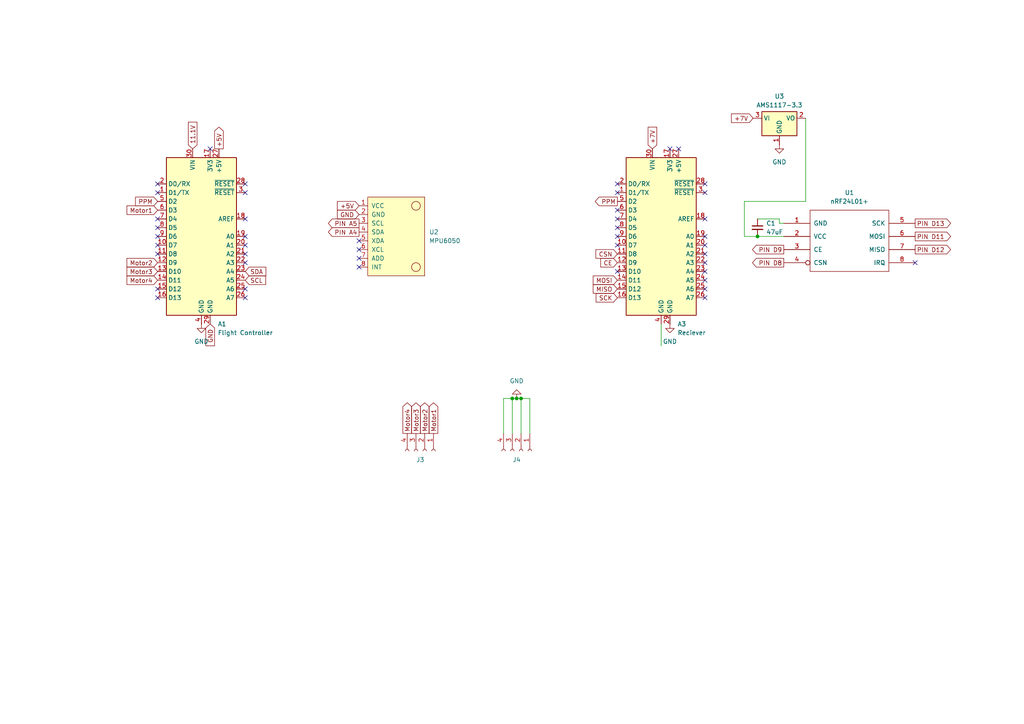
<source format=kicad_sch>
(kicad_sch
	(version 20231120)
	(generator "eeschema")
	(generator_version "8.0")
	(uuid "e68a79e6-8c90-4d60-ac1f-7489cf698e9f")
	(paper "A4")
	(lib_symbols
		(symbol "Connector:Conn_01x04_Socket"
			(pin_names
				(offset 1.016) hide)
			(exclude_from_sim no)
			(in_bom yes)
			(on_board yes)
			(property "Reference" "J"
				(at 0 5.08 0)
				(effects
					(font
						(size 1.27 1.27)
					)
				)
			)
			(property "Value" "Conn_01x04_Socket"
				(at 0 -7.62 0)
				(effects
					(font
						(size 1.27 1.27)
					)
				)
			)
			(property "Footprint" ""
				(at 0 0 0)
				(effects
					(font
						(size 1.27 1.27)
					)
					(hide yes)
				)
			)
			(property "Datasheet" "~"
				(at 0 0 0)
				(effects
					(font
						(size 1.27 1.27)
					)
					(hide yes)
				)
			)
			(property "Description" "Generic connector, single row, 01x04, script generated"
				(at 0 0 0)
				(effects
					(font
						(size 1.27 1.27)
					)
					(hide yes)
				)
			)
			(property "ki_locked" ""
				(at 0 0 0)
				(effects
					(font
						(size 1.27 1.27)
					)
				)
			)
			(property "ki_keywords" "connector"
				(at 0 0 0)
				(effects
					(font
						(size 1.27 1.27)
					)
					(hide yes)
				)
			)
			(property "ki_fp_filters" "Connector*:*_1x??_*"
				(at 0 0 0)
				(effects
					(font
						(size 1.27 1.27)
					)
					(hide yes)
				)
			)
			(symbol "Conn_01x04_Socket_1_1"
				(arc
					(start 0 -4.572)
					(mid -0.5058 -5.08)
					(end 0 -5.588)
					(stroke
						(width 0.1524)
						(type default)
					)
					(fill
						(type none)
					)
				)
				(arc
					(start 0 -2.032)
					(mid -0.5058 -2.54)
					(end 0 -3.048)
					(stroke
						(width 0.1524)
						(type default)
					)
					(fill
						(type none)
					)
				)
				(polyline
					(pts
						(xy -1.27 -5.08) (xy -0.508 -5.08)
					)
					(stroke
						(width 0.1524)
						(type default)
					)
					(fill
						(type none)
					)
				)
				(polyline
					(pts
						(xy -1.27 -2.54) (xy -0.508 -2.54)
					)
					(stroke
						(width 0.1524)
						(type default)
					)
					(fill
						(type none)
					)
				)
				(polyline
					(pts
						(xy -1.27 0) (xy -0.508 0)
					)
					(stroke
						(width 0.1524)
						(type default)
					)
					(fill
						(type none)
					)
				)
				(polyline
					(pts
						(xy -1.27 2.54) (xy -0.508 2.54)
					)
					(stroke
						(width 0.1524)
						(type default)
					)
					(fill
						(type none)
					)
				)
				(arc
					(start 0 0.508)
					(mid -0.5058 0)
					(end 0 -0.508)
					(stroke
						(width 0.1524)
						(type default)
					)
					(fill
						(type none)
					)
				)
				(arc
					(start 0 3.048)
					(mid -0.5058 2.54)
					(end 0 2.032)
					(stroke
						(width 0.1524)
						(type default)
					)
					(fill
						(type none)
					)
				)
				(pin passive line
					(at -5.08 2.54 0)
					(length 3.81)
					(name "Pin_1"
						(effects
							(font
								(size 1.27 1.27)
							)
						)
					)
					(number "1"
						(effects
							(font
								(size 1.27 1.27)
							)
						)
					)
				)
				(pin passive line
					(at -5.08 0 0)
					(length 3.81)
					(name "Pin_2"
						(effects
							(font
								(size 1.27 1.27)
							)
						)
					)
					(number "2"
						(effects
							(font
								(size 1.27 1.27)
							)
						)
					)
				)
				(pin passive line
					(at -5.08 -2.54 0)
					(length 3.81)
					(name "Pin_3"
						(effects
							(font
								(size 1.27 1.27)
							)
						)
					)
					(number "3"
						(effects
							(font
								(size 1.27 1.27)
							)
						)
					)
				)
				(pin passive line
					(at -5.08 -5.08 0)
					(length 3.81)
					(name "Pin_4"
						(effects
							(font
								(size 1.27 1.27)
							)
						)
					)
					(number "4"
						(effects
							(font
								(size 1.27 1.27)
							)
						)
					)
				)
			)
		)
		(symbol "Device:C_Small"
			(pin_numbers hide)
			(pin_names
				(offset 0.254) hide)
			(exclude_from_sim no)
			(in_bom yes)
			(on_board yes)
			(property "Reference" "C"
				(at 0.254 1.778 0)
				(effects
					(font
						(size 1.27 1.27)
					)
					(justify left)
				)
			)
			(property "Value" "C_Small"
				(at 0.254 -2.032 0)
				(effects
					(font
						(size 1.27 1.27)
					)
					(justify left)
				)
			)
			(property "Footprint" ""
				(at 0 0 0)
				(effects
					(font
						(size 1.27 1.27)
					)
					(hide yes)
				)
			)
			(property "Datasheet" "~"
				(at 0 0 0)
				(effects
					(font
						(size 1.27 1.27)
					)
					(hide yes)
				)
			)
			(property "Description" "Unpolarized capacitor, small symbol"
				(at 0 0 0)
				(effects
					(font
						(size 1.27 1.27)
					)
					(hide yes)
				)
			)
			(property "ki_keywords" "capacitor cap"
				(at 0 0 0)
				(effects
					(font
						(size 1.27 1.27)
					)
					(hide yes)
				)
			)
			(property "ki_fp_filters" "C_*"
				(at 0 0 0)
				(effects
					(font
						(size 1.27 1.27)
					)
					(hide yes)
				)
			)
			(symbol "C_Small_0_1"
				(polyline
					(pts
						(xy -1.524 -0.508) (xy 1.524 -0.508)
					)
					(stroke
						(width 0.3302)
						(type default)
					)
					(fill
						(type none)
					)
				)
				(polyline
					(pts
						(xy -1.524 0.508) (xy 1.524 0.508)
					)
					(stroke
						(width 0.3048)
						(type default)
					)
					(fill
						(type none)
					)
				)
			)
			(symbol "C_Small_1_1"
				(pin passive line
					(at 0 2.54 270)
					(length 2.032)
					(name "~"
						(effects
							(font
								(size 1.27 1.27)
							)
						)
					)
					(number "1"
						(effects
							(font
								(size 1.27 1.27)
							)
						)
					)
				)
				(pin passive line
					(at 0 -2.54 90)
					(length 2.032)
					(name "~"
						(effects
							(font
								(size 1.27 1.27)
							)
						)
					)
					(number "2"
						(effects
							(font
								(size 1.27 1.27)
							)
						)
					)
				)
			)
		)
		(symbol "MCU_Module:Arduino_Nano_v3.x"
			(exclude_from_sim no)
			(in_bom yes)
			(on_board yes)
			(property "Reference" "A"
				(at -10.16 23.495 0)
				(effects
					(font
						(size 1.27 1.27)
					)
					(justify left bottom)
				)
			)
			(property "Value" "Arduino_Nano_v3.x"
				(at 5.08 -24.13 0)
				(effects
					(font
						(size 1.27 1.27)
					)
					(justify left top)
				)
			)
			(property "Footprint" "Module:Arduino_Nano"
				(at 0 0 0)
				(effects
					(font
						(size 1.27 1.27)
						(italic yes)
					)
					(hide yes)
				)
			)
			(property "Datasheet" "http://www.mouser.com/pdfdocs/Gravitech_Arduino_Nano3_0.pdf"
				(at 0 0 0)
				(effects
					(font
						(size 1.27 1.27)
					)
					(hide yes)
				)
			)
			(property "Description" "Arduino Nano v3.x"
				(at 0 0 0)
				(effects
					(font
						(size 1.27 1.27)
					)
					(hide yes)
				)
			)
			(property "ki_keywords" "Arduino nano microcontroller module USB"
				(at 0 0 0)
				(effects
					(font
						(size 1.27 1.27)
					)
					(hide yes)
				)
			)
			(property "ki_fp_filters" "Arduino*Nano*"
				(at 0 0 0)
				(effects
					(font
						(size 1.27 1.27)
					)
					(hide yes)
				)
			)
			(symbol "Arduino_Nano_v3.x_0_1"
				(rectangle
					(start -10.16 22.86)
					(end 10.16 -22.86)
					(stroke
						(width 0.254)
						(type default)
					)
					(fill
						(type background)
					)
				)
			)
			(symbol "Arduino_Nano_v3.x_1_1"
				(pin bidirectional line
					(at -12.7 12.7 0)
					(length 2.54)
					(name "D1/TX"
						(effects
							(font
								(size 1.27 1.27)
							)
						)
					)
					(number "1"
						(effects
							(font
								(size 1.27 1.27)
							)
						)
					)
				)
				(pin bidirectional line
					(at -12.7 -2.54 0)
					(length 2.54)
					(name "D7"
						(effects
							(font
								(size 1.27 1.27)
							)
						)
					)
					(number "10"
						(effects
							(font
								(size 1.27 1.27)
							)
						)
					)
				)
				(pin bidirectional line
					(at -12.7 -5.08 0)
					(length 2.54)
					(name "D8"
						(effects
							(font
								(size 1.27 1.27)
							)
						)
					)
					(number "11"
						(effects
							(font
								(size 1.27 1.27)
							)
						)
					)
				)
				(pin bidirectional line
					(at -12.7 -7.62 0)
					(length 2.54)
					(name "D9"
						(effects
							(font
								(size 1.27 1.27)
							)
						)
					)
					(number "12"
						(effects
							(font
								(size 1.27 1.27)
							)
						)
					)
				)
				(pin bidirectional line
					(at -12.7 -10.16 0)
					(length 2.54)
					(name "D10"
						(effects
							(font
								(size 1.27 1.27)
							)
						)
					)
					(number "13"
						(effects
							(font
								(size 1.27 1.27)
							)
						)
					)
				)
				(pin bidirectional line
					(at -12.7 -12.7 0)
					(length 2.54)
					(name "D11"
						(effects
							(font
								(size 1.27 1.27)
							)
						)
					)
					(number "14"
						(effects
							(font
								(size 1.27 1.27)
							)
						)
					)
				)
				(pin bidirectional line
					(at -12.7 -15.24 0)
					(length 2.54)
					(name "D12"
						(effects
							(font
								(size 1.27 1.27)
							)
						)
					)
					(number "15"
						(effects
							(font
								(size 1.27 1.27)
							)
						)
					)
				)
				(pin bidirectional line
					(at -12.7 -17.78 0)
					(length 2.54)
					(name "D13"
						(effects
							(font
								(size 1.27 1.27)
							)
						)
					)
					(number "16"
						(effects
							(font
								(size 1.27 1.27)
							)
						)
					)
				)
				(pin power_out line
					(at 2.54 25.4 270)
					(length 2.54)
					(name "3V3"
						(effects
							(font
								(size 1.27 1.27)
							)
						)
					)
					(number "17"
						(effects
							(font
								(size 1.27 1.27)
							)
						)
					)
				)
				(pin input line
					(at 12.7 5.08 180)
					(length 2.54)
					(name "AREF"
						(effects
							(font
								(size 1.27 1.27)
							)
						)
					)
					(number "18"
						(effects
							(font
								(size 1.27 1.27)
							)
						)
					)
				)
				(pin bidirectional line
					(at 12.7 0 180)
					(length 2.54)
					(name "A0"
						(effects
							(font
								(size 1.27 1.27)
							)
						)
					)
					(number "19"
						(effects
							(font
								(size 1.27 1.27)
							)
						)
					)
				)
				(pin bidirectional line
					(at -12.7 15.24 0)
					(length 2.54)
					(name "D0/RX"
						(effects
							(font
								(size 1.27 1.27)
							)
						)
					)
					(number "2"
						(effects
							(font
								(size 1.27 1.27)
							)
						)
					)
				)
				(pin bidirectional line
					(at 12.7 -2.54 180)
					(length 2.54)
					(name "A1"
						(effects
							(font
								(size 1.27 1.27)
							)
						)
					)
					(number "20"
						(effects
							(font
								(size 1.27 1.27)
							)
						)
					)
				)
				(pin bidirectional line
					(at 12.7 -5.08 180)
					(length 2.54)
					(name "A2"
						(effects
							(font
								(size 1.27 1.27)
							)
						)
					)
					(number "21"
						(effects
							(font
								(size 1.27 1.27)
							)
						)
					)
				)
				(pin bidirectional line
					(at 12.7 -7.62 180)
					(length 2.54)
					(name "A3"
						(effects
							(font
								(size 1.27 1.27)
							)
						)
					)
					(number "22"
						(effects
							(font
								(size 1.27 1.27)
							)
						)
					)
				)
				(pin bidirectional line
					(at 12.7 -10.16 180)
					(length 2.54)
					(name "A4"
						(effects
							(font
								(size 1.27 1.27)
							)
						)
					)
					(number "23"
						(effects
							(font
								(size 1.27 1.27)
							)
						)
					)
				)
				(pin bidirectional line
					(at 12.7 -12.7 180)
					(length 2.54)
					(name "A5"
						(effects
							(font
								(size 1.27 1.27)
							)
						)
					)
					(number "24"
						(effects
							(font
								(size 1.27 1.27)
							)
						)
					)
				)
				(pin bidirectional line
					(at 12.7 -15.24 180)
					(length 2.54)
					(name "A6"
						(effects
							(font
								(size 1.27 1.27)
							)
						)
					)
					(number "25"
						(effects
							(font
								(size 1.27 1.27)
							)
						)
					)
				)
				(pin bidirectional line
					(at 12.7 -17.78 180)
					(length 2.54)
					(name "A7"
						(effects
							(font
								(size 1.27 1.27)
							)
						)
					)
					(number "26"
						(effects
							(font
								(size 1.27 1.27)
							)
						)
					)
				)
				(pin power_out line
					(at 5.08 25.4 270)
					(length 2.54)
					(name "+5V"
						(effects
							(font
								(size 1.27 1.27)
							)
						)
					)
					(number "27"
						(effects
							(font
								(size 1.27 1.27)
							)
						)
					)
				)
				(pin input line
					(at 12.7 15.24 180)
					(length 2.54)
					(name "~{RESET}"
						(effects
							(font
								(size 1.27 1.27)
							)
						)
					)
					(number "28"
						(effects
							(font
								(size 1.27 1.27)
							)
						)
					)
				)
				(pin power_in line
					(at 2.54 -25.4 90)
					(length 2.54)
					(name "GND"
						(effects
							(font
								(size 1.27 1.27)
							)
						)
					)
					(number "29"
						(effects
							(font
								(size 1.27 1.27)
							)
						)
					)
				)
				(pin input line
					(at 12.7 12.7 180)
					(length 2.54)
					(name "~{RESET}"
						(effects
							(font
								(size 1.27 1.27)
							)
						)
					)
					(number "3"
						(effects
							(font
								(size 1.27 1.27)
							)
						)
					)
				)
				(pin power_in line
					(at -2.54 25.4 270)
					(length 2.54)
					(name "VIN"
						(effects
							(font
								(size 1.27 1.27)
							)
						)
					)
					(number "30"
						(effects
							(font
								(size 1.27 1.27)
							)
						)
					)
				)
				(pin power_in line
					(at 0 -25.4 90)
					(length 2.54)
					(name "GND"
						(effects
							(font
								(size 1.27 1.27)
							)
						)
					)
					(number "4"
						(effects
							(font
								(size 1.27 1.27)
							)
						)
					)
				)
				(pin bidirectional line
					(at -12.7 10.16 0)
					(length 2.54)
					(name "D2"
						(effects
							(font
								(size 1.27 1.27)
							)
						)
					)
					(number "5"
						(effects
							(font
								(size 1.27 1.27)
							)
						)
					)
				)
				(pin bidirectional line
					(at -12.7 7.62 0)
					(length 2.54)
					(name "D3"
						(effects
							(font
								(size 1.27 1.27)
							)
						)
					)
					(number "6"
						(effects
							(font
								(size 1.27 1.27)
							)
						)
					)
				)
				(pin bidirectional line
					(at -12.7 5.08 0)
					(length 2.54)
					(name "D4"
						(effects
							(font
								(size 1.27 1.27)
							)
						)
					)
					(number "7"
						(effects
							(font
								(size 1.27 1.27)
							)
						)
					)
				)
				(pin bidirectional line
					(at -12.7 2.54 0)
					(length 2.54)
					(name "D5"
						(effects
							(font
								(size 1.27 1.27)
							)
						)
					)
					(number "8"
						(effects
							(font
								(size 1.27 1.27)
							)
						)
					)
				)
				(pin bidirectional line
					(at -12.7 0 0)
					(length 2.54)
					(name "D6"
						(effects
							(font
								(size 1.27 1.27)
							)
						)
					)
					(number "9"
						(effects
							(font
								(size 1.27 1.27)
							)
						)
					)
				)
			)
		)
		(symbol "Regulator_Linear:AMS1117-3.3"
			(exclude_from_sim no)
			(in_bom yes)
			(on_board yes)
			(property "Reference" "U"
				(at -3.81 3.175 0)
				(effects
					(font
						(size 1.27 1.27)
					)
				)
			)
			(property "Value" "AMS1117-3.3"
				(at 0 3.175 0)
				(effects
					(font
						(size 1.27 1.27)
					)
					(justify left)
				)
			)
			(property "Footprint" "Package_TO_SOT_SMD:SOT-223-3_TabPin2"
				(at 0 5.08 0)
				(effects
					(font
						(size 1.27 1.27)
					)
					(hide yes)
				)
			)
			(property "Datasheet" "http://www.advanced-monolithic.com/pdf/ds1117.pdf"
				(at 2.54 -6.35 0)
				(effects
					(font
						(size 1.27 1.27)
					)
					(hide yes)
				)
			)
			(property "Description" "1A Low Dropout regulator, positive, 3.3V fixed output, SOT-223"
				(at 0 0 0)
				(effects
					(font
						(size 1.27 1.27)
					)
					(hide yes)
				)
			)
			(property "ki_keywords" "linear regulator ldo fixed positive"
				(at 0 0 0)
				(effects
					(font
						(size 1.27 1.27)
					)
					(hide yes)
				)
			)
			(property "ki_fp_filters" "SOT?223*TabPin2*"
				(at 0 0 0)
				(effects
					(font
						(size 1.27 1.27)
					)
					(hide yes)
				)
			)
			(symbol "AMS1117-3.3_0_1"
				(rectangle
					(start -5.08 -5.08)
					(end 5.08 1.905)
					(stroke
						(width 0.254)
						(type default)
					)
					(fill
						(type background)
					)
				)
			)
			(symbol "AMS1117-3.3_1_1"
				(pin power_in line
					(at 0 -7.62 90)
					(length 2.54)
					(name "GND"
						(effects
							(font
								(size 1.27 1.27)
							)
						)
					)
					(number "1"
						(effects
							(font
								(size 1.27 1.27)
							)
						)
					)
				)
				(pin power_out line
					(at 7.62 0 180)
					(length 2.54)
					(name "VO"
						(effects
							(font
								(size 1.27 1.27)
							)
						)
					)
					(number "2"
						(effects
							(font
								(size 1.27 1.27)
							)
						)
					)
				)
				(pin power_in line
					(at -7.62 0 0)
					(length 2.54)
					(name "VI"
						(effects
							(font
								(size 1.27 1.27)
							)
						)
					)
					(number "3"
						(effects
							(font
								(size 1.27 1.27)
							)
						)
					)
				)
			)
		)
		(symbol "nRF24L01+:nRF24L01+"
			(pin_names
				(offset 1.016)
			)
			(exclude_from_sim no)
			(in_bom yes)
			(on_board yes)
			(property "Reference" "U"
				(at 0 -7.62 0)
				(effects
					(font
						(size 1.27 1.27)
					)
				)
			)
			(property "Value" "nRF24L01+"
				(at 0 7.62 0)
				(effects
					(font
						(size 1.27 1.27)
					)
				)
			)
			(property "Footprint" "MODULE"
				(at 0 2.54 0)
				(effects
					(font
						(size 1.27 1.27)
					)
					(hide yes)
				)
			)
			(property "Datasheet" "DOCUMENTATION"
				(at 0 -1.27 0)
				(effects
					(font
						(size 1.27 1.27)
					)
					(hide yes)
				)
			)
			(property "Description" ""
				(at 0 0 0)
				(effects
					(font
						(size 1.27 1.27)
					)
					(hide yes)
				)
			)
			(symbol "nRF24L01+_1_0"
				(rectangle
					(start -11.43 -8.89)
					(end 11.43 8.89)
					(stroke
						(width 0)
						(type solid)
					)
					(fill
						(type none)
					)
				)
			)
			(symbol "nRF24L01+_1_1"
				(pin power_in line
					(at -19.05 5.08 0)
					(length 7.62)
					(name "GND"
						(effects
							(font
								(size 1.27 1.27)
							)
						)
					)
					(number "1"
						(effects
							(font
								(size 1.27 1.27)
							)
						)
					)
				)
				(pin power_in line
					(at -19.05 1.27 0)
					(length 7.62)
					(name "VCC"
						(effects
							(font
								(size 1.27 1.27)
							)
						)
					)
					(number "2"
						(effects
							(font
								(size 1.27 1.27)
							)
						)
					)
				)
				(pin input line
					(at -19.05 -2.54 0)
					(length 7.62)
					(name "CE"
						(effects
							(font
								(size 1.27 1.27)
							)
						)
					)
					(number "3"
						(effects
							(font
								(size 1.27 1.27)
							)
						)
					)
				)
				(pin input inverted
					(at -19.05 -6.35 0)
					(length 7.62)
					(name "CSN"
						(effects
							(font
								(size 1.27 1.27)
							)
						)
					)
					(number "4"
						(effects
							(font
								(size 1.27 1.27)
							)
						)
					)
				)
				(pin input line
					(at 19.05 5.08 180)
					(length 7.62)
					(name "SCK"
						(effects
							(font
								(size 1.27 1.27)
							)
						)
					)
					(number "5"
						(effects
							(font
								(size 1.27 1.27)
							)
						)
					)
				)
				(pin input line
					(at 19.05 1.27 180)
					(length 7.62)
					(name "MOSI"
						(effects
							(font
								(size 1.27 1.27)
							)
						)
					)
					(number "6"
						(effects
							(font
								(size 1.27 1.27)
							)
						)
					)
				)
				(pin output line
					(at 19.05 -2.54 180)
					(length 7.62)
					(name "MISO"
						(effects
							(font
								(size 1.27 1.27)
							)
						)
					)
					(number "7"
						(effects
							(font
								(size 1.27 1.27)
							)
						)
					)
				)
				(pin output line
					(at 19.05 -6.35 180)
					(length 7.62)
					(name "IRQ"
						(effects
							(font
								(size 1.27 1.27)
							)
						)
					)
					(number "8"
						(effects
							(font
								(size 1.27 1.27)
							)
						)
					)
				)
			)
		)
		(symbol "power:GND"
			(power)
			(pin_numbers hide)
			(pin_names
				(offset 0) hide)
			(exclude_from_sim no)
			(in_bom yes)
			(on_board yes)
			(property "Reference" "#PWR"
				(at 0 -6.35 0)
				(effects
					(font
						(size 1.27 1.27)
					)
					(hide yes)
				)
			)
			(property "Value" "GND"
				(at 0 -3.81 0)
				(effects
					(font
						(size 1.27 1.27)
					)
				)
			)
			(property "Footprint" ""
				(at 0 0 0)
				(effects
					(font
						(size 1.27 1.27)
					)
					(hide yes)
				)
			)
			(property "Datasheet" ""
				(at 0 0 0)
				(effects
					(font
						(size 1.27 1.27)
					)
					(hide yes)
				)
			)
			(property "Description" "Power symbol creates a global label with name \"GND\" , ground"
				(at 0 0 0)
				(effects
					(font
						(size 1.27 1.27)
					)
					(hide yes)
				)
			)
			(property "ki_keywords" "global power"
				(at 0 0 0)
				(effects
					(font
						(size 1.27 1.27)
					)
					(hide yes)
				)
			)
			(symbol "GND_0_1"
				(polyline
					(pts
						(xy 0 0) (xy 0 -1.27) (xy 1.27 -1.27) (xy 0 -2.54) (xy -1.27 -1.27) (xy 0 -1.27)
					)
					(stroke
						(width 0)
						(type default)
					)
					(fill
						(type none)
					)
				)
			)
			(symbol "GND_1_1"
				(pin power_in line
					(at 0 0 270)
					(length 0)
					(name "~"
						(effects
							(font
								(size 1.27 1.27)
							)
						)
					)
					(number "1"
						(effects
							(font
								(size 1.27 1.27)
							)
						)
					)
				)
			)
		)
		(symbol "usini_sensors:module_mpu6050"
			(pin_names
				(offset 1.016)
			)
			(exclude_from_sim no)
			(in_bom yes)
			(on_board yes)
			(property "Reference" "U"
				(at 2.54 21.59 0)
				(effects
					(font
						(size 1.27 1.27)
					)
				)
			)
			(property "Value" "module_mpu6050"
				(at 11.43 -3.81 0)
				(effects
					(font
						(size 1.27 1.27)
					)
				)
			)
			(property "Footprint" "usini_sensors:module_mpu6050"
				(at 11.43 -6.35 0)
				(effects
					(font
						(size 1.27 1.27)
					)
					(hide yes)
				)
			)
			(property "Datasheet" ""
				(at 0 6.35 0)
				(effects
					(font
						(size 1.27 1.27)
					)
					(hide yes)
				)
			)
			(property "Description" ""
				(at 0 0 0)
				(effects
					(font
						(size 1.27 1.27)
					)
					(hide yes)
				)
			)
			(symbol "module_mpu6050_0_1"
				(rectangle
					(start 2.54 20.32)
					(end 19.05 -2.54)
					(stroke
						(width 0)
						(type solid)
					)
					(fill
						(type background)
					)
				)
				(circle
					(center 16.51 0)
					(radius 1.27)
					(stroke
						(width 0)
						(type solid)
					)
					(fill
						(type none)
					)
				)
				(circle
					(center 16.51 17.78)
					(radius 1.27)
					(stroke
						(width 0)
						(type solid)
					)
					(fill
						(type none)
					)
				)
			)
			(symbol "module_mpu6050_1_1"
				(pin input line
					(at 0 17.78 0)
					(length 2.54)
					(name "VCC"
						(effects
							(font
								(size 1.27 1.27)
							)
						)
					)
					(number "1"
						(effects
							(font
								(size 1.27 1.27)
							)
						)
					)
				)
				(pin input line
					(at 0 15.24 0)
					(length 2.54)
					(name "GND"
						(effects
							(font
								(size 1.27 1.27)
							)
						)
					)
					(number "2"
						(effects
							(font
								(size 1.27 1.27)
							)
						)
					)
				)
				(pin input line
					(at 0 12.7 0)
					(length 2.54)
					(name "SCL"
						(effects
							(font
								(size 1.27 1.27)
							)
						)
					)
					(number "3"
						(effects
							(font
								(size 1.27 1.27)
							)
						)
					)
				)
				(pin input line
					(at 0 10.16 0)
					(length 2.54)
					(name "SDA"
						(effects
							(font
								(size 1.27 1.27)
							)
						)
					)
					(number "4"
						(effects
							(font
								(size 1.27 1.27)
							)
						)
					)
				)
				(pin input line
					(at 0 7.62 0)
					(length 2.54)
					(name "XDA"
						(effects
							(font
								(size 1.27 1.27)
							)
						)
					)
					(number "5"
						(effects
							(font
								(size 1.27 1.27)
							)
						)
					)
				)
				(pin input line
					(at 0 5.08 0)
					(length 2.54)
					(name "XCL"
						(effects
							(font
								(size 1.27 1.27)
							)
						)
					)
					(number "6"
						(effects
							(font
								(size 1.27 1.27)
							)
						)
					)
				)
				(pin input line
					(at 0 2.54 0)
					(length 2.54)
					(name "ADD"
						(effects
							(font
								(size 1.27 1.27)
							)
						)
					)
					(number "7"
						(effects
							(font
								(size 1.27 1.27)
							)
						)
					)
				)
				(pin input line
					(at 0 0 0)
					(length 2.54)
					(name "INT"
						(effects
							(font
								(size 1.27 1.27)
							)
						)
					)
					(number "8"
						(effects
							(font
								(size 1.27 1.27)
							)
						)
					)
				)
			)
		)
	)
	(junction
		(at 149.86 115.57)
		(diameter 0)
		(color 0 0 0 0)
		(uuid "8102c5f9-ba88-4689-8977-8d20292be694")
	)
	(junction
		(at 148.59 115.57)
		(diameter 0)
		(color 0 0 0 0)
		(uuid "92dd340d-b796-47ac-9007-fd102603ab51")
	)
	(junction
		(at 219.71 68.58)
		(diameter 0)
		(color 0 0 0 0)
		(uuid "b2606107-0f95-4fcc-a32a-3d15e91a6835")
	)
	(junction
		(at 151.13 115.57)
		(diameter 0)
		(color 0 0 0 0)
		(uuid "e748274c-f2f3-4b62-a107-376cd21a666b")
	)
	(no_connect
		(at 71.12 73.66)
		(uuid "02326537-b85c-4b89-b63a-be164152e125")
	)
	(no_connect
		(at 104.14 69.85)
		(uuid "084fcea4-85c3-4e64-b518-43736b0e3703")
	)
	(no_connect
		(at 45.72 55.88)
		(uuid "0c59599f-9ddc-4998-a6e2-8db0600569d5")
	)
	(no_connect
		(at 71.12 86.36)
		(uuid "0ef295af-99d0-42ef-8411-a99d6c9dc5e8")
	)
	(no_connect
		(at 204.47 81.28)
		(uuid "103d874c-7e48-4c21-b7ce-089df3e21a94")
	)
	(no_connect
		(at 179.07 78.74)
		(uuid "163962ec-b737-4c50-8a11-200361dace37")
	)
	(no_connect
		(at 45.72 83.82)
		(uuid "20c5a0d5-0a22-468e-926c-cad8386f0fca")
	)
	(no_connect
		(at 204.47 68.58)
		(uuid "20d63650-660f-4d50-ad66-26173cddbf0c")
	)
	(no_connect
		(at 179.07 60.96)
		(uuid "29f55c1a-fdd0-4540-89b3-c622d560cf23")
	)
	(no_connect
		(at 179.07 55.88)
		(uuid "2bf2921c-21fd-40c4-baf3-a6e101539eaa")
	)
	(no_connect
		(at 45.72 86.36)
		(uuid "35490dee-fa91-4958-9512-61e9987f6eda")
	)
	(no_connect
		(at 71.12 83.82)
		(uuid "458aeb8e-83fe-4068-819b-f8f4124a2c4e")
	)
	(no_connect
		(at 60.96 43.18)
		(uuid "46e3a344-0e18-47b0-a717-6e7a31d95d2f")
	)
	(no_connect
		(at 204.47 63.5)
		(uuid "4a782f2f-7759-4c06-ae2a-b3b224ff9f4d")
	)
	(no_connect
		(at 45.72 66.04)
		(uuid "5078a5ef-69d6-4094-9faf-0e858b82439a")
	)
	(no_connect
		(at 265.43 76.2)
		(uuid "543073fc-640e-4a12-9da7-170649ab39ae")
	)
	(no_connect
		(at 71.12 63.5)
		(uuid "5642dbf6-c6d2-4064-a287-a65a5b55d973")
	)
	(no_connect
		(at 104.14 74.93)
		(uuid "5b0eae92-03c8-4bb4-a919-2bbab041e7b0")
	)
	(no_connect
		(at 179.07 63.5)
		(uuid "5c2db1e2-0bd3-466e-b948-7579055f7cd2")
	)
	(no_connect
		(at 104.14 77.47)
		(uuid "659a3698-47a7-4f32-b8c3-9d21fbfc8e92")
	)
	(no_connect
		(at 179.07 53.34)
		(uuid "6677714d-4258-442d-824b-8804522dacd7")
	)
	(no_connect
		(at 104.14 72.39)
		(uuid "736296dc-e04b-45ad-b4cb-e563dc2c19d7")
	)
	(no_connect
		(at 45.72 68.58)
		(uuid "8374cc3f-456a-46e8-923b-6420a9cce268")
	)
	(no_connect
		(at 45.72 71.12)
		(uuid "8518fbd7-5a91-4b49-bb9c-185c4cbbca1c")
	)
	(no_connect
		(at 204.47 73.66)
		(uuid "9db20762-c78e-49e8-acf0-976a1060386c")
	)
	(no_connect
		(at 71.12 76.2)
		(uuid "9e05c354-9f25-4d30-9ded-5f8ca13f579f")
	)
	(no_connect
		(at 204.47 86.36)
		(uuid "a0647b08-cdd6-4ea7-97df-0189e7517681")
	)
	(no_connect
		(at 45.72 63.5)
		(uuid "a07162a1-c330-4007-a598-ec47ce050a65")
	)
	(no_connect
		(at 204.47 71.12)
		(uuid "a7448f8c-5603-4a66-ac87-00cdc696b759")
	)
	(no_connect
		(at 45.72 73.66)
		(uuid "a91eb4ac-9ab2-4461-8dea-741c6e39fbf5")
	)
	(no_connect
		(at 196.85 43.18)
		(uuid "aa819bd0-3a37-4538-a0d9-f5fe0e2ea8f4")
	)
	(no_connect
		(at 204.47 78.74)
		(uuid "ac895527-f047-48e0-8d1a-b8efca1d9e96")
	)
	(no_connect
		(at 71.12 55.88)
		(uuid "b355f520-5b2b-4ad0-a060-3576d4c458ee")
	)
	(no_connect
		(at 71.12 53.34)
		(uuid "b6464ca9-255c-4ad4-a9c0-01bea292f209")
	)
	(no_connect
		(at 45.72 53.34)
		(uuid "b69cff06-e9df-4558-91d0-fc3315a55389")
	)
	(no_connect
		(at 204.47 55.88)
		(uuid "ca0e67db-a4a7-4d69-869e-d6d603263771")
	)
	(no_connect
		(at 194.31 43.18)
		(uuid "ceac9503-fba5-44bf-9117-1bb5a63f74cb")
	)
	(no_connect
		(at 179.07 71.12)
		(uuid "d05e63ff-25d6-4dcd-bd3b-1117473e66ea")
	)
	(no_connect
		(at 204.47 76.2)
		(uuid "d88163b4-5903-45cf-9c59-45be54b795ec")
	)
	(no_connect
		(at 71.12 68.58)
		(uuid "e63e0ca0-58a0-4215-a59d-817c2cd805a1")
	)
	(no_connect
		(at 204.47 53.34)
		(uuid "ee6ddb77-9600-4839-9589-5aff6d497572")
	)
	(no_connect
		(at 179.07 68.58)
		(uuid "ef392c86-f91f-4a86-8c57-a4a48743f37b")
	)
	(no_connect
		(at 179.07 66.04)
		(uuid "f3307474-eeb1-40d7-913f-a74262eb42d9")
	)
	(no_connect
		(at 71.12 71.12)
		(uuid "f645e224-57d3-48d9-bed2-a3bb0a6e52f1")
	)
	(no_connect
		(at 204.47 83.82)
		(uuid "fb1bbf99-bcbc-4784-b1e1-cd81ff1c8595")
	)
	(wire
		(pts
			(xy 226.06 64.77) (xy 226.06 63.5)
		)
		(stroke
			(width 0)
			(type default)
		)
		(uuid "03d3bf8e-cfa9-433d-877b-b41bdd6fb452")
	)
	(wire
		(pts
			(xy 148.59 115.57) (xy 149.86 115.57)
		)
		(stroke
			(width 0)
			(type default)
		)
		(uuid "15e58115-0ecb-4d82-9495-ac95e30c7ef0")
	)
	(wire
		(pts
			(xy 151.13 125.73) (xy 151.13 115.57)
		)
		(stroke
			(width 0)
			(type default)
		)
		(uuid "25d1c2d3-8595-42f4-8ecc-c5ab79d2972e")
	)
	(wire
		(pts
			(xy 215.9 58.42) (xy 215.9 68.58)
		)
		(stroke
			(width 0)
			(type default)
		)
		(uuid "63175cdf-3f40-457e-8cfe-325e68936487")
	)
	(wire
		(pts
			(xy 153.67 115.57) (xy 151.13 115.57)
		)
		(stroke
			(width 0)
			(type default)
		)
		(uuid "73011a2b-dd57-4024-be46-ef35aba85bde")
	)
	(wire
		(pts
			(xy 153.67 125.73) (xy 153.67 115.57)
		)
		(stroke
			(width 0)
			(type default)
		)
		(uuid "79a5d82c-1b13-4892-937c-7d8eef46d4bc")
	)
	(wire
		(pts
			(xy 151.13 115.57) (xy 149.86 115.57)
		)
		(stroke
			(width 0)
			(type default)
		)
		(uuid "79acf98e-cbb5-4755-a125-6f5791704e35")
	)
	(wire
		(pts
			(xy 146.05 115.57) (xy 146.05 125.73)
		)
		(stroke
			(width 0)
			(type default)
		)
		(uuid "7e282eec-b73f-482d-9e9d-da098d9c5a4a")
	)
	(wire
		(pts
			(xy 219.71 68.58) (xy 227.33 68.58)
		)
		(stroke
			(width 0)
			(type default)
		)
		(uuid "812264f5-d906-4144-a282-fe442fc1ccf0")
	)
	(wire
		(pts
			(xy 233.68 34.29) (xy 233.68 58.42)
		)
		(stroke
			(width 0)
			(type default)
		)
		(uuid "8e2ebe20-dbe4-4109-8f14-6c7c1fadfb0f")
	)
	(wire
		(pts
			(xy 227.33 64.77) (xy 226.06 64.77)
		)
		(stroke
			(width 0)
			(type default)
		)
		(uuid "b7622ce8-edba-423d-a419-27e3a4bc0b0b")
	)
	(wire
		(pts
			(xy 148.59 125.73) (xy 148.59 115.57)
		)
		(stroke
			(width 0)
			(type default)
		)
		(uuid "bd6fee17-b869-407a-a10d-c439dc52261e")
	)
	(wire
		(pts
			(xy 191.77 93.98) (xy 191.77 100.33)
		)
		(stroke
			(width 0)
			(type default)
		)
		(uuid "d1b4a23c-b2d9-4810-b3f4-8b7ece670efc")
	)
	(wire
		(pts
			(xy 146.05 115.57) (xy 148.59 115.57)
		)
		(stroke
			(width 0)
			(type default)
		)
		(uuid "df193ea8-051e-42d7-865f-cfa9d7f44776")
	)
	(wire
		(pts
			(xy 233.68 58.42) (xy 215.9 58.42)
		)
		(stroke
			(width 0)
			(type default)
		)
		(uuid "e632f002-49b9-4eab-bdb3-2be253b4b3fc")
	)
	(wire
		(pts
			(xy 226.06 63.5) (xy 219.71 63.5)
		)
		(stroke
			(width 0)
			(type default)
		)
		(uuid "e7d16caf-3eb5-459d-ad44-d0f92acf66e4")
	)
	(wire
		(pts
			(xy 215.9 68.58) (xy 219.71 68.58)
		)
		(stroke
			(width 0)
			(type default)
		)
		(uuid "ebd41566-0010-4222-8a0f-a7c54429036f")
	)
	(global_label "PIN D11"
		(shape output)
		(at 265.43 68.58 0)
		(fields_autoplaced yes)
		(effects
			(font
				(size 1.27 1.27)
			)
			(justify left)
		)
		(uuid "0fe6beb1-687d-4a48-ac29-003164a718b2")
		(property "Intersheetrefs" "${INTERSHEET_REFS}"
			(at 276.2771 68.58 0)
			(effects
				(font
					(size 1.27 1.27)
				)
				(justify left)
				(hide yes)
			)
		)
	)
	(global_label "Motor1"
		(shape output)
		(at 125.73 125.73 90)
		(fields_autoplaced yes)
		(effects
			(font
				(size 1.27 1.27)
			)
			(justify left)
		)
		(uuid "1882378c-176a-4b0f-a130-81a34756800f")
		(property "Intersheetrefs" "${INTERSHEET_REFS}"
			(at 125.73 116.274 90)
			(effects
				(font
					(size 1.27 1.27)
				)
				(justify left)
				(hide yes)
			)
		)
	)
	(global_label "MOSI"
		(shape input)
		(at 179.07 81.28 180)
		(fields_autoplaced yes)
		(effects
			(font
				(size 1.27 1.27)
			)
			(justify right)
		)
		(uuid "372fbf7a-a325-40b4-aee1-5959d06f7ffa")
		(property "Intersheetrefs" "${INTERSHEET_REFS}"
			(at 171.4886 81.28 0)
			(effects
				(font
					(size 1.27 1.27)
				)
				(justify right)
				(hide yes)
			)
		)
	)
	(global_label "Motor4"
		(shape output)
		(at 118.11 125.73 90)
		(fields_autoplaced yes)
		(effects
			(font
				(size 1.27 1.27)
			)
			(justify left)
		)
		(uuid "41d051ca-6362-41c2-b035-60baa886bdaf")
		(property "Intersheetrefs" "${INTERSHEET_REFS}"
			(at 118.11 116.274 90)
			(effects
				(font
					(size 1.27 1.27)
				)
				(justify left)
				(hide yes)
			)
		)
	)
	(global_label "PPM"
		(shape input)
		(at 45.72 58.42 180)
		(fields_autoplaced yes)
		(effects
			(font
				(size 1.27 1.27)
			)
			(justify right)
		)
		(uuid "47042da9-8bf4-4d5b-8b1d-ae6d81611db7")
		(property "Intersheetrefs" "${INTERSHEET_REFS}"
			(at 38.7434 58.42 0)
			(effects
				(font
					(size 1.27 1.27)
				)
				(justify right)
				(hide yes)
			)
		)
	)
	(global_label "Motor3"
		(shape input)
		(at 45.72 78.74 180)
		(fields_autoplaced yes)
		(effects
			(font
				(size 1.27 1.27)
			)
			(justify right)
		)
		(uuid "4babda2a-677b-425a-80d5-f7f438113c2e")
		(property "Intersheetrefs" "${INTERSHEET_REFS}"
			(at 36.264 78.74 0)
			(effects
				(font
					(size 1.27 1.27)
				)
				(justify right)
				(hide yes)
			)
		)
	)
	(global_label "PIN A4"
		(shape output)
		(at 104.14 67.31 180)
		(fields_autoplaced yes)
		(effects
			(font
				(size 1.27 1.27)
			)
			(justify right)
		)
		(uuid "59694521-d3d9-4701-9874-b7f82b34bf76")
		(property "Intersheetrefs" "${INTERSHEET_REFS}"
			(at 94.6838 67.31 0)
			(effects
				(font
					(size 1.27 1.27)
				)
				(justify right)
				(hide yes)
			)
		)
	)
	(global_label "CE"
		(shape input)
		(at 179.07 76.2 180)
		(fields_autoplaced yes)
		(effects
			(font
				(size 1.27 1.27)
			)
			(justify right)
		)
		(uuid "6fd3653d-8ee0-4fc1-8e47-3116b479c25b")
		(property "Intersheetrefs" "${INTERSHEET_REFS}"
			(at 173.6658 76.2 0)
			(effects
				(font
					(size 1.27 1.27)
				)
				(justify right)
				(hide yes)
			)
		)
	)
	(global_label "+7V"
		(shape input)
		(at 189.23 43.18 90)
		(fields_autoplaced yes)
		(effects
			(font
				(size 1.27 1.27)
			)
			(justify left)
		)
		(uuid "79384529-b7bb-4a5d-90ec-ddc05219479b")
		(property "Intersheetrefs" "${INTERSHEET_REFS}"
			(at 189.23 36.3243 90)
			(effects
				(font
					(size 1.27 1.27)
				)
				(justify left)
				(hide yes)
			)
		)
	)
	(global_label "Motor3"
		(shape output)
		(at 120.65 125.73 90)
		(fields_autoplaced yes)
		(effects
			(font
				(size 1.27 1.27)
			)
			(justify left)
		)
		(uuid "802cde97-cdbb-4dba-8cb0-b320a3f14267")
		(property "Intersheetrefs" "${INTERSHEET_REFS}"
			(at 120.65 116.274 90)
			(effects
				(font
					(size 1.27 1.27)
				)
				(justify left)
				(hide yes)
			)
		)
	)
	(global_label "Motor4"
		(shape input)
		(at 45.72 81.28 180)
		(fields_autoplaced yes)
		(effects
			(font
				(size 1.27 1.27)
			)
			(justify right)
		)
		(uuid "83b57f63-75bf-42b7-a2e3-1d06c6ec050d")
		(property "Intersheetrefs" "${INTERSHEET_REFS}"
			(at 36.264 81.28 0)
			(effects
				(font
					(size 1.27 1.27)
				)
				(justify right)
				(hide yes)
			)
		)
	)
	(global_label "SDA"
		(shape input)
		(at 71.12 78.74 0)
		(fields_autoplaced yes)
		(effects
			(font
				(size 1.27 1.27)
			)
			(justify left)
		)
		(uuid "84e9272c-ba9e-4520-af4a-fdc6d709486e")
		(property "Intersheetrefs" "${INTERSHEET_REFS}"
			(at 77.6733 78.74 0)
			(effects
				(font
					(size 1.27 1.27)
				)
				(justify left)
				(hide yes)
			)
		)
	)
	(global_label "11.1V"
		(shape input)
		(at 55.88 43.18 90)
		(fields_autoplaced yes)
		(effects
			(font
				(size 1.27 1.27)
			)
			(justify left)
		)
		(uuid "90bfb24a-2ae8-4c72-ac5a-16420a9f7991")
		(property "Intersheetrefs" "${INTERSHEET_REFS}"
			(at 55.88 34.8729 90)
			(effects
				(font
					(size 1.27 1.27)
				)
				(justify left)
				(hide yes)
			)
		)
	)
	(global_label "PIN D9"
		(shape output)
		(at 227.33 72.39 180)
		(fields_autoplaced yes)
		(effects
			(font
				(size 1.27 1.27)
			)
			(justify right)
		)
		(uuid "94854518-4229-41d2-b271-2414e78a299f")
		(property "Intersheetrefs" "${INTERSHEET_REFS}"
			(at 217.6924 72.39 0)
			(effects
				(font
					(size 1.27 1.27)
				)
				(justify right)
				(hide yes)
			)
		)
	)
	(global_label "Motor2"
		(shape output)
		(at 123.19 125.73 90)
		(fields_autoplaced yes)
		(effects
			(font
				(size 1.27 1.27)
			)
			(justify left)
		)
		(uuid "9e45b314-edb6-4f5c-9b3a-9d8b0dae7d50")
		(property "Intersheetrefs" "${INTERSHEET_REFS}"
			(at 123.19 116.274 90)
			(effects
				(font
					(size 1.27 1.27)
				)
				(justify left)
				(hide yes)
			)
		)
	)
	(global_label "Motor1"
		(shape input)
		(at 45.72 60.96 180)
		(fields_autoplaced yes)
		(effects
			(font
				(size 1.27 1.27)
			)
			(justify right)
		)
		(uuid "9ef320fa-478c-4e20-806a-91279e9ffb94")
		(property "Intersheetrefs" "${INTERSHEET_REFS}"
			(at 36.264 60.96 0)
			(effects
				(font
					(size 1.27 1.27)
				)
				(justify right)
				(hide yes)
			)
		)
	)
	(global_label "SCL"
		(shape input)
		(at 71.12 81.28 0)
		(fields_autoplaced yes)
		(effects
			(font
				(size 1.27 1.27)
			)
			(justify left)
		)
		(uuid "a300f149-b604-4edc-b5f5-51dd79d67c0c")
		(property "Intersheetrefs" "${INTERSHEET_REFS}"
			(at 77.6128 81.28 0)
			(effects
				(font
					(size 1.27 1.27)
				)
				(justify left)
				(hide yes)
			)
		)
	)
	(global_label "+5V"
		(shape input)
		(at 104.14 59.69 180)
		(fields_autoplaced yes)
		(effects
			(font
				(size 1.27 1.27)
			)
			(justify right)
		)
		(uuid "ad1dbbff-cbae-4387-9302-94c01f1d1ad2")
		(property "Intersheetrefs" "${INTERSHEET_REFS}"
			(at 97.2843 59.69 0)
			(effects
				(font
					(size 1.27 1.27)
				)
				(justify right)
				(hide yes)
			)
		)
	)
	(global_label "MISO"
		(shape input)
		(at 179.07 83.82 180)
		(fields_autoplaced yes)
		(effects
			(font
				(size 1.27 1.27)
			)
			(justify right)
		)
		(uuid "b92ac865-84c6-4c9e-9178-3f7e6b4b972e")
		(property "Intersheetrefs" "${INTERSHEET_REFS}"
			(at 171.4886 83.82 0)
			(effects
				(font
					(size 1.27 1.27)
				)
				(justify right)
				(hide yes)
			)
		)
	)
	(global_label "PIN A5"
		(shape output)
		(at 104.14 64.77 180)
		(fields_autoplaced yes)
		(effects
			(font
				(size 1.27 1.27)
			)
			(justify right)
		)
		(uuid "c4a7263c-e8af-4bf2-8545-42c8867f6c55")
		(property "Intersheetrefs" "${INTERSHEET_REFS}"
			(at 94.6838 64.77 0)
			(effects
				(font
					(size 1.27 1.27)
				)
				(justify right)
				(hide yes)
			)
		)
	)
	(global_label "Motor2"
		(shape input)
		(at 45.72 76.2 180)
		(fields_autoplaced yes)
		(effects
			(font
				(size 1.27 1.27)
			)
			(justify right)
		)
		(uuid "c6b02c7c-32b1-46da-b932-98f6585e0ba7")
		(property "Intersheetrefs" "${INTERSHEET_REFS}"
			(at 36.264 76.2 0)
			(effects
				(font
					(size 1.27 1.27)
				)
				(justify right)
				(hide yes)
			)
		)
	)
	(global_label "PIN D12"
		(shape output)
		(at 265.43 72.39 0)
		(fields_autoplaced yes)
		(effects
			(font
				(size 1.27 1.27)
			)
			(justify left)
		)
		(uuid "cb7212b3-f222-49da-b029-1c891a6310c5")
		(property "Intersheetrefs" "${INTERSHEET_REFS}"
			(at 276.2771 72.39 0)
			(effects
				(font
					(size 1.27 1.27)
				)
				(justify left)
				(hide yes)
			)
		)
	)
	(global_label "PIN D13"
		(shape output)
		(at 265.43 64.77 0)
		(fields_autoplaced yes)
		(effects
			(font
				(size 1.27 1.27)
			)
			(justify left)
		)
		(uuid "d0a85774-0f02-41cb-9243-c1996d11cc3e")
		(property "Intersheetrefs" "${INTERSHEET_REFS}"
			(at 276.2771 64.77 0)
			(effects
				(font
					(size 1.27 1.27)
				)
				(justify left)
				(hide yes)
			)
		)
	)
	(global_label "GND"
		(shape input)
		(at 60.96 93.98 270)
		(fields_autoplaced yes)
		(effects
			(font
				(size 1.27 1.27)
			)
			(justify right)
		)
		(uuid "da8160a7-e83c-482f-b810-889d99dd7ef2")
		(property "Intersheetrefs" "${INTERSHEET_REFS}"
			(at 60.96 100.8357 90)
			(effects
				(font
					(size 1.27 1.27)
				)
				(justify right)
				(hide yes)
			)
		)
	)
	(global_label "CSN"
		(shape input)
		(at 179.07 73.66 180)
		(fields_autoplaced yes)
		(effects
			(font
				(size 1.27 1.27)
			)
			(justify right)
		)
		(uuid "e1226a41-3ed1-42aa-a782-4cc47fa4e132")
		(property "Intersheetrefs" "${INTERSHEET_REFS}"
			(at 172.2748 73.66 0)
			(effects
				(font
					(size 1.27 1.27)
				)
				(justify right)
				(hide yes)
			)
		)
	)
	(global_label "GND"
		(shape input)
		(at 104.14 62.23 180)
		(fields_autoplaced yes)
		(effects
			(font
				(size 1.27 1.27)
			)
			(justify right)
		)
		(uuid "e8402d46-ec06-49ea-ace3-c3b0e2258fd3")
		(property "Intersheetrefs" "${INTERSHEET_REFS}"
			(at 97.2843 62.23 0)
			(effects
				(font
					(size 1.27 1.27)
				)
				(justify right)
				(hide yes)
			)
		)
	)
	(global_label "PPM"
		(shape output)
		(at 179.07 58.42 180)
		(fields_autoplaced yes)
		(effects
			(font
				(size 1.27 1.27)
			)
			(justify right)
		)
		(uuid "eb867e0e-c2a6-4ddd-88db-6aeda2e1978a")
		(property "Intersheetrefs" "${INTERSHEET_REFS}"
			(at 172.0934 58.42 0)
			(effects
				(font
					(size 1.27 1.27)
				)
				(justify right)
				(hide yes)
			)
		)
	)
	(global_label "SCK"
		(shape input)
		(at 179.07 86.36 180)
		(fields_autoplaced yes)
		(effects
			(font
				(size 1.27 1.27)
			)
			(justify right)
		)
		(uuid "ebc1325b-73be-475a-b1d8-f5c449b68948")
		(property "Intersheetrefs" "${INTERSHEET_REFS}"
			(at 172.3353 86.36 0)
			(effects
				(font
					(size 1.27 1.27)
				)
				(justify right)
				(hide yes)
			)
		)
	)
	(global_label "PIN D8"
		(shape output)
		(at 227.33 76.2 180)
		(fields_autoplaced yes)
		(effects
			(font
				(size 1.27 1.27)
			)
			(justify right)
		)
		(uuid "f460a5e6-2cc1-404f-b229-092961358ce2")
		(property "Intersheetrefs" "${INTERSHEET_REFS}"
			(at 217.6924 76.2 0)
			(effects
				(font
					(size 1.27 1.27)
				)
				(justify right)
				(hide yes)
			)
		)
	)
	(global_label "+7V"
		(shape input)
		(at 218.44 34.29 180)
		(fields_autoplaced yes)
		(effects
			(font
				(size 1.27 1.27)
			)
			(justify right)
		)
		(uuid "f5b1a09f-014f-4692-92da-77a506ce8326")
		(property "Intersheetrefs" "${INTERSHEET_REFS}"
			(at 211.5843 34.29 0)
			(effects
				(font
					(size 1.27 1.27)
				)
				(justify right)
				(hide yes)
			)
		)
	)
	(global_label "+5V"
		(shape output)
		(at 63.5 43.18 90)
		(fields_autoplaced yes)
		(effects
			(font
				(size 1.27 1.27)
			)
			(justify left)
		)
		(uuid "f9844cba-cdee-4f25-99ac-a728986d8fa8")
		(property "Intersheetrefs" "${INTERSHEET_REFS}"
			(at 63.5 36.3243 90)
			(effects
				(font
					(size 1.27 1.27)
				)
				(justify left)
				(hide yes)
			)
		)
	)
	(symbol
		(lib_id "Connector:Conn_01x04_Socket")
		(at 123.19 130.81 270)
		(unit 1)
		(exclude_from_sim no)
		(in_bom yes)
		(on_board yes)
		(dnp no)
		(fields_autoplaced yes)
		(uuid "3f0be02b-4204-46b2-ac03-9df44d88f637")
		(property "Reference" "J3"
			(at 121.92 133.35 90)
			(effects
				(font
					(size 1.27 1.27)
				)
			)
		)
		(property "Value" "Motor Connections"
			(at 121.92 135.89 90)
			(effects
				(font
					(size 1.27 1.27)
				)
				(hide yes)
			)
		)
		(property "Footprint" ""
			(at 123.19 130.81 0)
			(effects
				(font
					(size 1.27 1.27)
				)
				(hide yes)
			)
		)
		(property "Datasheet" "~"
			(at 123.19 130.81 0)
			(effects
				(font
					(size 1.27 1.27)
				)
				(hide yes)
			)
		)
		(property "Description" "Generic connector, single row, 01x04, script generated"
			(at 123.19 130.81 0)
			(effects
				(font
					(size 1.27 1.27)
				)
				(hide yes)
			)
		)
		(pin "1"
			(uuid "8361416d-79e8-4624-a3f1-eb9f66f3dd1d")
		)
		(pin "4"
			(uuid "6a6d7b45-5c9e-4444-86ab-9b13fe4101bc")
		)
		(pin "3"
			(uuid "8ad4c1e4-f2df-4936-97a7-f11a07c576db")
		)
		(pin "2"
			(uuid "f8d93848-3a11-48f9-89a9-495ae0f6bfbc")
		)
		(instances
			(project "Flight Controller"
				(path "/e68a79e6-8c90-4d60-ac1f-7489cf698e9f"
					(reference "J3")
					(unit 1)
				)
			)
		)
	)
	(symbol
		(lib_id "power:GND")
		(at 226.06 41.91 0)
		(unit 1)
		(exclude_from_sim no)
		(in_bom yes)
		(on_board yes)
		(dnp no)
		(fields_autoplaced yes)
		(uuid "4f351f0a-c5c5-4873-a928-3aaad8c9fe28")
		(property "Reference" "#PWR01"
			(at 226.06 48.26 0)
			(effects
				(font
					(size 1.27 1.27)
				)
				(hide yes)
			)
		)
		(property "Value" "GND"
			(at 226.06 46.99 0)
			(effects
				(font
					(size 1.27 1.27)
				)
			)
		)
		(property "Footprint" ""
			(at 226.06 41.91 0)
			(effects
				(font
					(size 1.27 1.27)
				)
				(hide yes)
			)
		)
		(property "Datasheet" ""
			(at 226.06 41.91 0)
			(effects
				(font
					(size 1.27 1.27)
				)
				(hide yes)
			)
		)
		(property "Description" "Power symbol creates a global label with name \"GND\" , ground"
			(at 226.06 41.91 0)
			(effects
				(font
					(size 1.27 1.27)
				)
				(hide yes)
			)
		)
		(pin "1"
			(uuid "fb312043-188f-4b78-95fb-116662c0d151")
		)
		(instances
			(project "Flight Controller"
				(path "/e68a79e6-8c90-4d60-ac1f-7489cf698e9f"
					(reference "#PWR01")
					(unit 1)
				)
			)
		)
	)
	(symbol
		(lib_id "power:GND")
		(at 149.86 115.57 180)
		(unit 1)
		(exclude_from_sim no)
		(in_bom yes)
		(on_board yes)
		(dnp no)
		(fields_autoplaced yes)
		(uuid "505fcbb5-3ba5-4a45-b4dd-c43bd63fedde")
		(property "Reference" "#PWR02"
			(at 149.86 109.22 0)
			(effects
				(font
					(size 1.27 1.27)
				)
				(hide yes)
			)
		)
		(property "Value" "GND"
			(at 149.86 110.49 0)
			(effects
				(font
					(size 1.27 1.27)
				)
			)
		)
		(property "Footprint" ""
			(at 149.86 115.57 0)
			(effects
				(font
					(size 1.27 1.27)
				)
				(hide yes)
			)
		)
		(property "Datasheet" ""
			(at 149.86 115.57 0)
			(effects
				(font
					(size 1.27 1.27)
				)
				(hide yes)
			)
		)
		(property "Description" "Power symbol creates a global label with name \"GND\" , ground"
			(at 149.86 115.57 0)
			(effects
				(font
					(size 1.27 1.27)
				)
				(hide yes)
			)
		)
		(pin "1"
			(uuid "aba993c1-90ef-460c-8581-14a5121e0d68")
		)
		(instances
			(project "Flight Controller"
				(path "/e68a79e6-8c90-4d60-ac1f-7489cf698e9f"
					(reference "#PWR02")
					(unit 1)
				)
			)
		)
	)
	(symbol
		(lib_id "Regulator_Linear:AMS1117-3.3")
		(at 226.06 34.29 0)
		(unit 1)
		(exclude_from_sim no)
		(in_bom yes)
		(on_board yes)
		(dnp no)
		(fields_autoplaced yes)
		(uuid "795a7612-9c3e-4133-89ca-b5821d778194")
		(property "Reference" "U3"
			(at 226.06 27.94 0)
			(effects
				(font
					(size 1.27 1.27)
				)
			)
		)
		(property "Value" "AMS1117-3.3"
			(at 226.06 30.48 0)
			(effects
				(font
					(size 1.27 1.27)
				)
			)
		)
		(property "Footprint" "Package_TO_SOT_SMD:SOT-223-3_TabPin2"
			(at 226.06 29.21 0)
			(effects
				(font
					(size 1.27 1.27)
				)
				(hide yes)
			)
		)
		(property "Datasheet" "http://www.advanced-monolithic.com/pdf/ds1117.pdf"
			(at 228.6 40.64 0)
			(effects
				(font
					(size 1.27 1.27)
				)
				(hide yes)
			)
		)
		(property "Description" "1A Low Dropout regulator, positive, 3.3V fixed output, SOT-223"
			(at 226.06 34.29 0)
			(effects
				(font
					(size 1.27 1.27)
				)
				(hide yes)
			)
		)
		(pin "2"
			(uuid "27674132-d45e-49ba-a8be-9564b363b357")
		)
		(pin "1"
			(uuid "3d0a53e5-379b-4b29-8819-053d3ed89060")
		)
		(pin "3"
			(uuid "8d7681c9-6c8a-4508-a132-f42dfd1f6b19")
		)
		(instances
			(project "Flight Controller"
				(path "/e68a79e6-8c90-4d60-ac1f-7489cf698e9f"
					(reference "U3")
					(unit 1)
				)
			)
		)
	)
	(symbol
		(lib_id "power:GND")
		(at 194.31 93.98 0)
		(unit 1)
		(exclude_from_sim no)
		(in_bom yes)
		(on_board yes)
		(dnp no)
		(fields_autoplaced yes)
		(uuid "8ed9b282-b3c2-4635-af74-d3b90d701c5e")
		(property "Reference" "#PWR05"
			(at 194.31 100.33 0)
			(effects
				(font
					(size 1.27 1.27)
				)
				(hide yes)
			)
		)
		(property "Value" "GND"
			(at 194.31 99.06 0)
			(effects
				(font
					(size 1.27 1.27)
				)
			)
		)
		(property "Footprint" ""
			(at 194.31 93.98 0)
			(effects
				(font
					(size 1.27 1.27)
				)
				(hide yes)
			)
		)
		(property "Datasheet" ""
			(at 194.31 93.98 0)
			(effects
				(font
					(size 1.27 1.27)
				)
				(hide yes)
			)
		)
		(property "Description" "Power symbol creates a global label with name \"GND\" , ground"
			(at 194.31 93.98 0)
			(effects
				(font
					(size 1.27 1.27)
				)
				(hide yes)
			)
		)
		(pin "1"
			(uuid "c709de0b-9d96-4484-ac27-ffdb8ee9a583")
		)
		(instances
			(project "Flight Controller"
				(path "/e68a79e6-8c90-4d60-ac1f-7489cf698e9f"
					(reference "#PWR05")
					(unit 1)
				)
			)
		)
	)
	(symbol
		(lib_id "MCU_Module:Arduino_Nano_v3.x")
		(at 191.77 68.58 0)
		(unit 1)
		(exclude_from_sim no)
		(in_bom yes)
		(on_board yes)
		(dnp no)
		(fields_autoplaced yes)
		(uuid "9b6013d4-bcdf-4fec-8ada-d4b73d61fe12")
		(property "Reference" "A3"
			(at 196.5041 93.98 0)
			(effects
				(font
					(size 1.27 1.27)
				)
				(justify left)
			)
		)
		(property "Value" "Reciever"
			(at 196.5041 96.52 0)
			(effects
				(font
					(size 1.27 1.27)
				)
				(justify left)
			)
		)
		(property "Footprint" "Module:Arduino_Nano"
			(at 191.77 68.58 0)
			(effects
				(font
					(size 1.27 1.27)
					(italic yes)
				)
				(hide yes)
			)
		)
		(property "Datasheet" "http://www.mouser.com/pdfdocs/Gravitech_Arduino_Nano3_0.pdf"
			(at 191.77 68.58 0)
			(effects
				(font
					(size 1.27 1.27)
				)
				(hide yes)
			)
		)
		(property "Description" "Arduino Nano v3.x"
			(at 191.77 68.58 0)
			(effects
				(font
					(size 1.27 1.27)
				)
				(hide yes)
			)
		)
		(pin "7"
			(uuid "03dfec9a-2825-4c4c-b77c-a0ab581c2be3")
		)
		(pin "26"
			(uuid "ed0f7a09-9d59-4c00-b9b7-254983bf9290")
		)
		(pin "16"
			(uuid "9a659132-64ff-4016-8b23-8d5316fd35a3")
		)
		(pin "19"
			(uuid "aa2802fe-22bb-437d-a7b0-c789d33fef6d")
		)
		(pin "29"
			(uuid "8daefed3-7448-4abe-9dcd-4e7d39f884ae")
		)
		(pin "14"
			(uuid "686b92a2-749b-44ba-a04f-3307fef3423b")
		)
		(pin "17"
			(uuid "c822c65c-a808-4b84-8951-d3ef9aa7fa9d")
		)
		(pin "10"
			(uuid "a399f064-d481-4c0e-bc53-278688aee023")
		)
		(pin "18"
			(uuid "9a6f4389-549b-4ab4-8776-30028f15e012")
		)
		(pin "23"
			(uuid "2744c002-e4bd-41a6-91dd-bf72665661d6")
		)
		(pin "24"
			(uuid "4188ddbb-deca-461e-85b4-9651a86a67c8")
		)
		(pin "3"
			(uuid "d44aeee6-b741-45a9-b194-dcd2bda96ab1")
		)
		(pin "12"
			(uuid "136dadf1-341b-4775-93a0-11e95047eb37")
		)
		(pin "9"
			(uuid "cef6c041-b783-43f9-9cde-30e1d3de4935")
		)
		(pin "27"
			(uuid "8d83bc55-2bbd-40a7-a3b8-dc4299e412e1")
		)
		(pin "15"
			(uuid "d8262887-d2d0-4d72-8a0f-7be82668b7e6")
		)
		(pin "20"
			(uuid "eed11e60-d5bc-4f75-8597-65880af590db")
		)
		(pin "4"
			(uuid "589f6271-6391-4b8f-a055-8affc801a2dc")
		)
		(pin "21"
			(uuid "79786b66-7ee8-4698-851b-226074801a48")
		)
		(pin "22"
			(uuid "7e327179-8252-4151-974b-004805e6ecb8")
		)
		(pin "25"
			(uuid "9869765a-6468-44eb-9bae-67bd7c2223dd")
		)
		(pin "30"
			(uuid "d7ed1e6e-76d7-430b-962d-5bb5c1fad1cf")
		)
		(pin "13"
			(uuid "e4690387-75ba-460d-b465-e0ece8356541")
		)
		(pin "28"
			(uuid "a35acead-fa29-4cf7-9036-d848e69a3644")
		)
		(pin "5"
			(uuid "3f105878-3eef-47e1-b5ed-b20dee669f5d")
		)
		(pin "11"
			(uuid "b9238414-1b96-4634-b659-61668a2504d0")
		)
		(pin "6"
			(uuid "42a14d58-0503-46ea-9048-85faaaf1af8e")
		)
		(pin "8"
			(uuid "b7dd0e2e-961e-4c0e-81ba-8121ff0ff2ee")
		)
		(pin "1"
			(uuid "7e20b4ba-2c93-484b-8568-67c753c794e3")
		)
		(pin "2"
			(uuid "4d0d0945-4d04-4258-8605-bfeb679cbfea")
		)
		(instances
			(project "Flight Controller"
				(path "/e68a79e6-8c90-4d60-ac1f-7489cf698e9f"
					(reference "A3")
					(unit 1)
				)
			)
		)
	)
	(symbol
		(lib_id "nRF24L01+:nRF24L01+")
		(at 246.38 69.85 0)
		(unit 1)
		(exclude_from_sim no)
		(in_bom yes)
		(on_board yes)
		(dnp no)
		(fields_autoplaced yes)
		(uuid "a2dd3f39-4aef-419a-8d24-12c0d88d1186")
		(property "Reference" "U1"
			(at 246.38 55.88 0)
			(effects
				(font
					(size 1.27 1.27)
				)
			)
		)
		(property "Value" "nRF24L01+"
			(at 246.38 58.42 0)
			(effects
				(font
					(size 1.27 1.27)
				)
			)
		)
		(property "Footprint" "MODULE"
			(at 246.38 67.31 0)
			(effects
				(font
					(size 1.27 1.27)
				)
				(hide yes)
			)
		)
		(property "Datasheet" "DOCUMENTATION"
			(at 246.38 71.12 0)
			(effects
				(font
					(size 1.27 1.27)
				)
				(hide yes)
			)
		)
		(property "Description" ""
			(at 246.38 69.85 0)
			(effects
				(font
					(size 1.27 1.27)
				)
				(hide yes)
			)
		)
		(pin "2"
			(uuid "c8d65177-1b53-4e4c-b952-61643c08aeee")
		)
		(pin "6"
			(uuid "a32ba09e-62af-4867-a114-1c4826290176")
		)
		(pin "8"
			(uuid "0f97ed7a-47a2-406b-ab21-c72ac3a13b03")
		)
		(pin "7"
			(uuid "b9e57e77-ca64-4a3e-843c-6525a64459f0")
		)
		(pin "3"
			(uuid "e95c424a-ea2d-4369-ab3c-7376180fb5c5")
		)
		(pin "5"
			(uuid "191c6c4c-f5b6-4b36-8fc6-08caa8dfe412")
		)
		(pin "1"
			(uuid "39ce4977-a62d-4529-ac10-bee4303b3e1d")
		)
		(pin "4"
			(uuid "9b479d0a-bee6-412b-a7fa-15e1d9bc59b1")
		)
		(instances
			(project "Flight Controller"
				(path "/e68a79e6-8c90-4d60-ac1f-7489cf698e9f"
					(reference "U1")
					(unit 1)
				)
			)
		)
	)
	(symbol
		(lib_id "usini_sensors:module_mpu6050")
		(at 104.14 77.47 0)
		(unit 1)
		(exclude_from_sim no)
		(in_bom yes)
		(on_board yes)
		(dnp no)
		(fields_autoplaced yes)
		(uuid "a49084a7-3749-4e97-9902-283762900418")
		(property "Reference" "U2"
			(at 124.46 67.3099 0)
			(effects
				(font
					(size 1.27 1.27)
				)
				(justify left)
			)
		)
		(property "Value" "MPU6050"
			(at 124.46 69.8499 0)
			(effects
				(font
					(size 1.27 1.27)
				)
				(justify left)
			)
		)
		(property "Footprint" "usini_sensors:module_mpu6050"
			(at 115.57 83.82 0)
			(effects
				(font
					(size 1.27 1.27)
				)
				(hide yes)
			)
		)
		(property "Datasheet" ""
			(at 104.14 71.12 0)
			(effects
				(font
					(size 1.27 1.27)
				)
				(hide yes)
			)
		)
		(property "Description" ""
			(at 104.14 77.47 0)
			(effects
				(font
					(size 1.27 1.27)
				)
				(hide yes)
			)
		)
		(pin "4"
			(uuid "91d525bd-da77-41b3-8363-bd954fde0e16")
		)
		(pin "1"
			(uuid "b0727a79-6b13-4de8-9142-730402a44c05")
		)
		(pin "7"
			(uuid "a9cb3941-4ca4-4956-b6bd-83f95c140c58")
		)
		(pin "2"
			(uuid "968f7768-42b3-4e74-8611-6b5204c11ee7")
		)
		(pin "8"
			(uuid "d4b9a1d9-3f8d-40cc-aae5-d8d09702ffd4")
		)
		(pin "6"
			(uuid "e4282dc9-c867-48c5-b7db-6946ec79cb61")
		)
		(pin "5"
			(uuid "fc03d57d-db13-4c10-931a-8cbd757bb462")
		)
		(pin "3"
			(uuid "60a2e1d0-a453-4c86-8ea1-e96722e5d412")
		)
		(instances
			(project "Flight Controller"
				(path "/e68a79e6-8c90-4d60-ac1f-7489cf698e9f"
					(reference "U2")
					(unit 1)
				)
			)
		)
	)
	(symbol
		(lib_id "Device:C_Small")
		(at 219.71 66.04 0)
		(unit 1)
		(exclude_from_sim no)
		(in_bom yes)
		(on_board yes)
		(dnp no)
		(fields_autoplaced yes)
		(uuid "b40037ce-d224-4026-90d6-d2a0c810030d")
		(property "Reference" "C1"
			(at 222.25 64.7762 0)
			(effects
				(font
					(size 1.27 1.27)
				)
				(justify left)
			)
		)
		(property "Value" "47uF"
			(at 222.25 67.3162 0)
			(effects
				(font
					(size 1.27 1.27)
				)
				(justify left)
			)
		)
		(property "Footprint" ""
			(at 219.71 66.04 0)
			(effects
				(font
					(size 1.27 1.27)
				)
				(hide yes)
			)
		)
		(property "Datasheet" "~"
			(at 219.71 66.04 0)
			(effects
				(font
					(size 1.27 1.27)
				)
				(hide yes)
			)
		)
		(property "Description" "Unpolarized capacitor, small symbol"
			(at 219.71 66.04 0)
			(effects
				(font
					(size 1.27 1.27)
				)
				(hide yes)
			)
		)
		(pin "1"
			(uuid "7213a241-11f5-4d43-98f1-24af22bb42de")
		)
		(pin "2"
			(uuid "4029aaf0-33c5-4b9d-b257-d5007e1ad5cf")
		)
		(instances
			(project "Flight Controller"
				(path "/e68a79e6-8c90-4d60-ac1f-7489cf698e9f"
					(reference "C1")
					(unit 1)
				)
			)
		)
	)
	(symbol
		(lib_id "MCU_Module:Arduino_Nano_v3.x")
		(at 58.42 68.58 0)
		(unit 1)
		(exclude_from_sim no)
		(in_bom yes)
		(on_board yes)
		(dnp no)
		(fields_autoplaced yes)
		(uuid "c26afd7a-7db0-420c-b8cb-760b008b0722")
		(property "Reference" "A1"
			(at 63.1541 93.98 0)
			(effects
				(font
					(size 1.27 1.27)
				)
				(justify left)
			)
		)
		(property "Value" "Flight Controller"
			(at 63.1541 96.52 0)
			(effects
				(font
					(size 1.27 1.27)
				)
				(justify left)
			)
		)
		(property "Footprint" "Module:Arduino_Nano"
			(at 58.42 68.58 0)
			(effects
				(font
					(size 1.27 1.27)
					(italic yes)
				)
				(hide yes)
			)
		)
		(property "Datasheet" "http://www.mouser.com/pdfdocs/Gravitech_Arduino_Nano3_0.pdf"
			(at 58.42 68.58 0)
			(effects
				(font
					(size 1.27 1.27)
				)
				(hide yes)
			)
		)
		(property "Description" "Arduino Nano v3.x"
			(at 58.42 68.58 0)
			(effects
				(font
					(size 1.27 1.27)
				)
				(hide yes)
			)
		)
		(pin "11"
			(uuid "c83cf813-3047-4e0b-89ee-49937bb040b8")
		)
		(pin "10"
			(uuid "1aca7ffe-4382-4f97-8899-7fc1747f62cc")
		)
		(pin "28"
			(uuid "f53e5443-ba04-478f-8b01-aa3ee0a2d71f")
		)
		(pin "9"
			(uuid "fdbd9b2a-5705-49fb-b9b6-d9d521a2f2b3")
		)
		(pin "15"
			(uuid "d83d2bf6-75ec-49d4-b1ba-0c81c22a28ef")
		)
		(pin "27"
			(uuid "e65836d5-a15c-4cdd-8a6b-d63fb1e1e871")
		)
		(pin "8"
			(uuid "06289a9b-4db1-4ddd-b3ec-955f23f33862")
		)
		(pin "12"
			(uuid "8034c2b8-8e32-45c0-98ce-cff6319321ce")
		)
		(pin "19"
			(uuid "57626f34-2a77-432f-be5d-40c3a7ef07eb")
		)
		(pin "14"
			(uuid "d17f72a1-e57d-4568-b40d-65780229cd38")
		)
		(pin "24"
			(uuid "d13f31df-0611-497f-851b-5a5e3baa1e32")
		)
		(pin "4"
			(uuid "bd1d9f91-7963-4fbf-a09a-4267b936aaeb")
		)
		(pin "5"
			(uuid "7875aabd-25d0-41af-9641-1dcd8352b075")
		)
		(pin "26"
			(uuid "a519e2c4-f529-4ba6-b18e-832b1998ba4e")
		)
		(pin "29"
			(uuid "6996bd17-722d-4245-9c75-3998067925c9")
		)
		(pin "16"
			(uuid "b03b7887-ab46-4a36-a29a-9d5481284699")
		)
		(pin "22"
			(uuid "fce677f5-e188-482b-957f-56616cfac453")
		)
		(pin "13"
			(uuid "bb60e9ef-676a-4d2d-87e7-6772d80674d4")
		)
		(pin "23"
			(uuid "ed54a7fd-0aea-4656-8c0e-33ffb953a97a")
		)
		(pin "3"
			(uuid "d2115a75-c466-4abf-93d5-f0917ca02f10")
		)
		(pin "17"
			(uuid "23405459-b4e8-4e89-bbb6-46995863ecff")
		)
		(pin "6"
			(uuid "ee705afa-3fff-4d62-989c-a114d003277e")
		)
		(pin "18"
			(uuid "fd1a2f35-6acd-4840-b210-6cfae5df1f47")
		)
		(pin "7"
			(uuid "32fae45c-8782-4bec-ba51-bdbc76266065")
		)
		(pin "30"
			(uuid "d19fe8ed-849e-4c75-8b66-b8b4d3b4317e")
		)
		(pin "1"
			(uuid "00ec6b9d-2659-4f19-a37f-3ce13486a556")
		)
		(pin "21"
			(uuid "fb95525d-9257-410f-9d2e-0727f312d1b7")
		)
		(pin "2"
			(uuid "6c127912-d97e-4ea0-b0e3-3f9238a8de60")
		)
		(pin "25"
			(uuid "97378347-03f0-4369-bfad-a37b080422b1")
		)
		(pin "20"
			(uuid "91e150e1-ab3b-41ae-9ac3-31ffad26ce42")
		)
		(instances
			(project "Flight Controller"
				(path "/e68a79e6-8c90-4d60-ac1f-7489cf698e9f"
					(reference "A1")
					(unit 1)
				)
			)
		)
	)
	(symbol
		(lib_id "power:GND")
		(at 58.42 93.98 0)
		(unit 1)
		(exclude_from_sim no)
		(in_bom yes)
		(on_board yes)
		(dnp no)
		(fields_autoplaced yes)
		(uuid "e5bf89d7-1a79-4e9d-bd60-0d053894143f")
		(property "Reference" "#PWR04"
			(at 58.42 100.33 0)
			(effects
				(font
					(size 1.27 1.27)
				)
				(hide yes)
			)
		)
		(property "Value" "GND"
			(at 58.42 99.06 0)
			(effects
				(font
					(size 1.27 1.27)
				)
			)
		)
		(property "Footprint" ""
			(at 58.42 93.98 0)
			(effects
				(font
					(size 1.27 1.27)
				)
				(hide yes)
			)
		)
		(property "Datasheet" ""
			(at 58.42 93.98 0)
			(effects
				(font
					(size 1.27 1.27)
				)
				(hide yes)
			)
		)
		(property "Description" "Power symbol creates a global label with name \"GND\" , ground"
			(at 58.42 93.98 0)
			(effects
				(font
					(size 1.27 1.27)
				)
				(hide yes)
			)
		)
		(pin "1"
			(uuid "a476ed5f-47b2-4498-9d2b-f99f8f1a5c33")
		)
		(instances
			(project "Flight Controller"
				(path "/e68a79e6-8c90-4d60-ac1f-7489cf698e9f"
					(reference "#PWR04")
					(unit 1)
				)
			)
		)
	)
	(symbol
		(lib_id "Connector:Conn_01x04_Socket")
		(at 151.13 130.81 270)
		(unit 1)
		(exclude_from_sim no)
		(in_bom yes)
		(on_board yes)
		(dnp no)
		(fields_autoplaced yes)
		(uuid "eb7df2ce-0241-4968-bd3a-cabe83dd5c5a")
		(property "Reference" "J4"
			(at 149.86 133.35 90)
			(effects
				(font
					(size 1.27 1.27)
				)
			)
		)
		(property "Value" "GND"
			(at 149.86 135.89 90)
			(effects
				(font
					(size 1.27 1.27)
				)
				(hide yes)
			)
		)
		(property "Footprint" ""
			(at 151.13 130.81 0)
			(effects
				(font
					(size 1.27 1.27)
				)
				(hide yes)
			)
		)
		(property "Datasheet" "~"
			(at 151.13 130.81 0)
			(effects
				(font
					(size 1.27 1.27)
				)
				(hide yes)
			)
		)
		(property "Description" "Generic connector, single row, 01x04, script generated"
			(at 151.13 130.81 0)
			(effects
				(font
					(size 1.27 1.27)
				)
				(hide yes)
			)
		)
		(pin "4"
			(uuid "d69764b4-7351-42b7-bd0c-fee455df37dc")
		)
		(pin "1"
			(uuid "03f37a20-0ec4-4df4-9c20-49f5751af7ff")
		)
		(pin "2"
			(uuid "a26b50bd-12a1-4caa-9f6e-983dcd9d03ff")
		)
		(pin "3"
			(uuid "78ad66ef-314f-404a-83da-8532bcb36d1e")
		)
		(instances
			(project "Flight Controller"
				(path "/e68a79e6-8c90-4d60-ac1f-7489cf698e9f"
					(reference "J4")
					(unit 1)
				)
			)
		)
	)
	(sheet_instances
		(path "/"
			(page "1")
		)
	)
)
</source>
